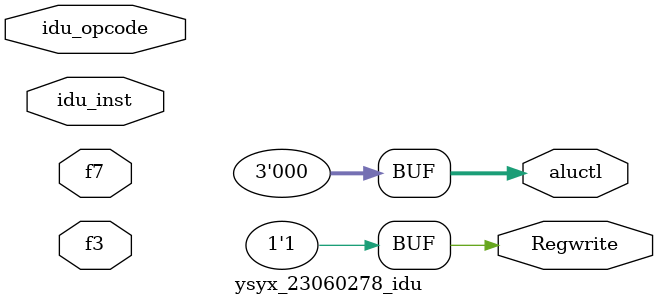
<source format=v>
module ysyx_23060278_idu(
	input [31:0]idu_inst,
	input [6:0]idu_opcode,
	input [2:0]f3,
	input [6:0]f7,
	output [2:0]aluctl,
	output Regwrite
);

	assign aluctl = 3'b000;
	assign Regwrite = 1;


endmodule

</source>
